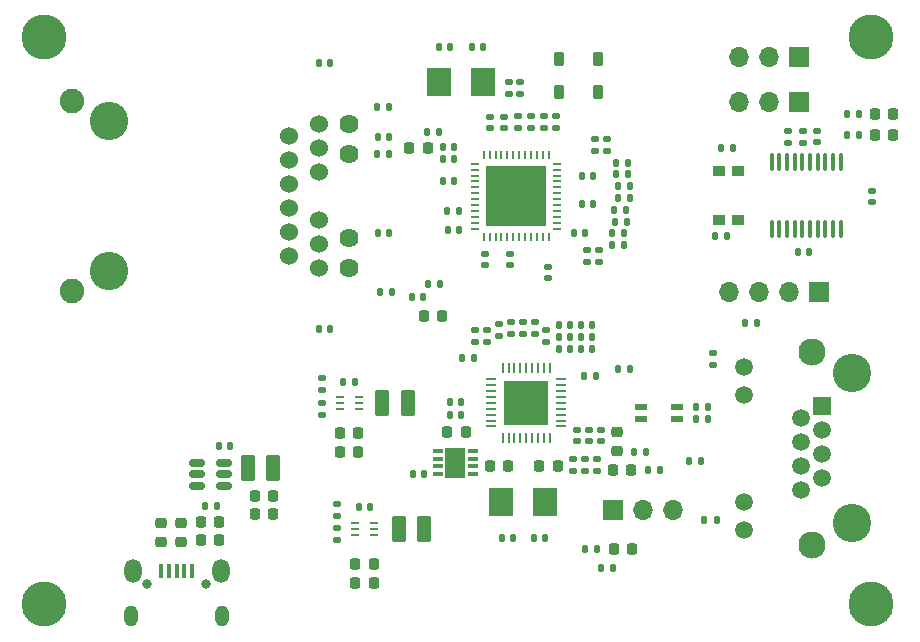
<source format=gts>
%TF.GenerationSoftware,KiCad,Pcbnew,7.0.1*%
%TF.CreationDate,2023-03-30T19:37:27+02:00*%
%TF.ProjectId,home-media-converter,686f6d65-2d6d-4656-9469-612d636f6e76,rev?*%
%TF.SameCoordinates,Original*%
%TF.FileFunction,Soldermask,Top*%
%TF.FilePolarity,Negative*%
%FSLAX46Y46*%
G04 Gerber Fmt 4.6, Leading zero omitted, Abs format (unit mm)*
G04 Created by KiCad (PCBNEW 7.0.1) date 2023-03-30 19:37:27*
%MOMM*%
%LPD*%
G01*
G04 APERTURE LIST*
G04 Aperture macros list*
%AMRoundRect*
0 Rectangle with rounded corners*
0 $1 Rounding radius*
0 $2 $3 $4 $5 $6 $7 $8 $9 X,Y pos of 4 corners*
0 Add a 4 corners polygon primitive as box body*
4,1,4,$2,$3,$4,$5,$6,$7,$8,$9,$2,$3,0*
0 Add four circle primitives for the rounded corners*
1,1,$1+$1,$2,$3*
1,1,$1+$1,$4,$5*
1,1,$1+$1,$6,$7*
1,1,$1+$1,$8,$9*
0 Add four rect primitives between the rounded corners*
20,1,$1+$1,$2,$3,$4,$5,0*
20,1,$1+$1,$4,$5,$6,$7,0*
20,1,$1+$1,$6,$7,$8,$9,0*
20,1,$1+$1,$8,$9,$2,$3,0*%
G04 Aperture macros list end*
%ADD10C,3.800000*%
%ADD11C,2.600000*%
%ADD12RoundRect,0.135000X-0.185000X0.135000X-0.185000X-0.135000X0.185000X-0.135000X0.185000X0.135000X0*%
%ADD13RoundRect,0.140000X0.170000X-0.140000X0.170000X0.140000X-0.170000X0.140000X-0.170000X-0.140000X0*%
%ADD14R,0.254800X0.807999*%
%ADD15R,0.807999X0.254800*%
%ADD16R,3.810000X3.810000*%
%ADD17RoundRect,0.225000X-0.225000X-0.250000X0.225000X-0.250000X0.225000X0.250000X-0.225000X0.250000X0*%
%ADD18R,5.156200X5.156200*%
%ADD19R,0.254800X0.757199*%
%ADD20R,0.757199X0.254800*%
%ADD21RoundRect,0.140000X0.140000X0.170000X-0.140000X0.170000X-0.140000X-0.170000X0.140000X-0.170000X0*%
%ADD22RoundRect,0.135000X0.185000X-0.135000X0.185000X0.135000X-0.185000X0.135000X-0.185000X-0.135000X0*%
%ADD23RoundRect,0.218750X-0.256250X0.218750X-0.256250X-0.218750X0.256250X-0.218750X0.256250X0.218750X0*%
%ADD24RoundRect,0.225000X0.225000X0.250000X-0.225000X0.250000X-0.225000X-0.250000X0.225000X-0.250000X0*%
%ADD25RoundRect,0.135000X-0.135000X-0.185000X0.135000X-0.185000X0.135000X0.185000X-0.135000X0.185000X0*%
%ADD26RoundRect,0.135000X0.135000X0.185000X-0.135000X0.185000X-0.135000X-0.185000X0.135000X-0.185000X0*%
%ADD27RoundRect,0.140000X-0.140000X-0.170000X0.140000X-0.170000X0.140000X0.170000X-0.140000X0.170000X0*%
%ADD28R,2.000000X2.400000*%
%ADD29RoundRect,0.218750X0.256250X-0.218750X0.256250X0.218750X-0.256250X0.218750X-0.256250X-0.218750X0*%
%ADD30C,2.082800*%
%ADD31C,1.624000*%
%ADD32C,1.524000*%
%ADD33C,3.251200*%
%ADD34RoundRect,0.140000X-0.170000X0.140000X-0.170000X-0.140000X0.170000X-0.140000X0.170000X0.140000X0*%
%ADD35RoundRect,0.218750X-0.218750X-0.256250X0.218750X-0.256250X0.218750X0.256250X-0.218750X0.256250X0*%
%ADD36R,0.706399X0.229400*%
%ADD37R,1.700000X1.700000*%
%ADD38O,1.700000X1.700000*%
%ADD39RoundRect,0.250000X-0.375000X-0.850000X0.375000X-0.850000X0.375000X0.850000X-0.375000X0.850000X0*%
%ADD40RoundRect,0.100000X-0.100000X0.637500X-0.100000X-0.637500X0.100000X-0.637500X0.100000X0.637500X0*%
%ADD41RoundRect,0.150000X-0.512500X-0.150000X0.512500X-0.150000X0.512500X0.150000X-0.512500X0.150000X0*%
%ADD42O,0.800000X0.800000*%
%ADD43R,0.450000X1.300000*%
%ADD44O,1.450000X2.000000*%
%ADD45O,1.150000X1.800000*%
%ADD46R,1.041400X0.609600*%
%ADD47R,1.000000X0.900000*%
%ADD48RoundRect,0.218750X0.218750X0.256250X-0.218750X0.256250X-0.218750X-0.256250X0.218750X-0.256250X0*%
%ADD49R,0.931065X0.302473*%
%ADD50R,1.749999X2.500000*%
%ADD51C,3.250000*%
%ADD52R,1.500000X1.500000*%
%ADD53C,1.500000*%
%ADD54C,2.300000*%
%ADD55RoundRect,0.225000X0.225000X0.375000X-0.225000X0.375000X-0.225000X-0.375000X0.225000X-0.375000X0*%
G04 APERTURE END LIST*
D10*
X109000000Y-155000000D03*
D11*
X109000000Y-155000000D03*
D10*
X109000000Y-107000000D03*
D11*
X109000000Y-107000000D03*
D10*
X39000000Y-107000000D03*
D11*
X39000000Y-107000000D03*
D10*
X39000000Y-155000000D03*
D11*
X39000000Y-155000000D03*
D12*
X80200000Y-113690000D03*
X80200000Y-114710000D03*
D13*
X78300000Y-111780000D03*
X78300000Y-110820000D03*
D14*
X77799999Y-140888000D03*
X78300000Y-140888000D03*
X78799999Y-140888000D03*
X79300001Y-140888000D03*
X79800000Y-140888000D03*
X80299999Y-140888000D03*
X80800001Y-140888000D03*
X81300000Y-140888000D03*
X81800001Y-140888000D03*
D15*
X82744000Y-139944001D03*
X82744000Y-139444000D03*
X82744000Y-138944001D03*
X82744000Y-138443999D03*
X82744000Y-137944000D03*
X82744000Y-137444001D03*
X82744000Y-136943999D03*
X82744000Y-136444000D03*
X82744000Y-135943999D03*
D14*
X81800001Y-135000000D03*
X81300000Y-135000000D03*
X80800001Y-135000000D03*
X80299999Y-135000000D03*
X79800000Y-135000000D03*
X79300001Y-135000000D03*
X78799999Y-135000000D03*
X78300000Y-135000000D03*
X77799999Y-135000000D03*
D15*
X76856000Y-135943999D03*
X76856000Y-136444000D03*
X76856000Y-136943999D03*
X76856000Y-137444001D03*
X76856000Y-137944000D03*
X76856000Y-138443999D03*
X76856000Y-138944001D03*
X76856000Y-139444000D03*
X76856000Y-139944001D03*
D16*
X79800000Y-137944000D03*
D17*
X52225000Y-149600000D03*
X53775000Y-149600000D03*
D18*
X78952000Y-120450000D03*
D19*
X76202000Y-116998000D03*
X76701999Y-116998000D03*
X77202001Y-116998000D03*
X77702000Y-116998000D03*
X78201999Y-116998000D03*
X78702000Y-116998000D03*
X79202000Y-116998000D03*
X79702001Y-116998000D03*
X80202000Y-116998000D03*
X80701999Y-116998000D03*
X81202001Y-116998000D03*
X81702000Y-116998000D03*
D20*
X82404000Y-117700000D03*
X82404000Y-118199999D03*
X82404000Y-118700001D03*
X82404000Y-119200000D03*
X82404000Y-119699999D03*
X82404000Y-120200000D03*
X82404000Y-120700000D03*
X82404000Y-121200001D03*
X82404000Y-121700000D03*
X82404000Y-122199999D03*
X82404000Y-122700001D03*
X82404000Y-123200000D03*
D19*
X81702000Y-123902000D03*
X81202001Y-123902000D03*
X80701999Y-123902000D03*
X80202000Y-123902000D03*
X79702001Y-123902000D03*
X79202000Y-123902000D03*
X78702000Y-123902000D03*
X78201999Y-123902000D03*
X77702000Y-123902000D03*
X77202001Y-123902000D03*
X76701999Y-123902000D03*
X76202000Y-123902000D03*
D20*
X75500000Y-123200000D03*
X75500000Y-122700001D03*
X75500000Y-122199999D03*
X75500000Y-121700000D03*
X75500000Y-121200001D03*
X75500000Y-120700000D03*
X75500000Y-120200000D03*
X75500000Y-119699999D03*
X75500000Y-119200000D03*
X75500000Y-118700001D03*
X75500000Y-118199999D03*
X75500000Y-117700000D03*
D21*
X97280000Y-116400000D03*
X96320000Y-116400000D03*
D22*
X85600000Y-116610000D03*
X85600000Y-115590000D03*
D23*
X50600000Y-148112500D03*
X50600000Y-149687500D03*
D24*
X65575000Y-140500000D03*
X64025000Y-140500000D03*
D25*
X87590000Y-120600000D03*
X88610000Y-120600000D03*
D26*
X87110000Y-151900000D03*
X86090000Y-151900000D03*
D13*
X85800000Y-143680000D03*
X85800000Y-142720000D03*
D12*
X78500000Y-131078000D03*
X78500000Y-132098000D03*
D27*
X62240000Y-109200000D03*
X63200000Y-109200000D03*
D25*
X87590000Y-119600000D03*
X88610000Y-119600000D03*
D13*
X84800000Y-143680000D03*
X84800000Y-142720000D03*
X82300000Y-114660000D03*
X82300000Y-113700000D03*
D28*
X76100000Y-110800000D03*
X72400000Y-110800000D03*
D29*
X87500000Y-142000000D03*
X87500000Y-140425000D03*
D30*
X41305000Y-112379500D03*
X41305000Y-128508500D03*
D31*
X64800000Y-114348000D03*
X64800000Y-116888000D03*
X64800000Y-124000000D03*
X64800000Y-126540000D03*
D32*
X62260000Y-114348000D03*
X62260000Y-116380000D03*
X62260000Y-118412000D03*
X62260000Y-122476000D03*
X62260000Y-124508000D03*
X62260000Y-126540000D03*
X59720000Y-115364000D03*
X59720000Y-117396000D03*
X59720000Y-119428000D03*
X59720000Y-121460000D03*
X59720000Y-123492000D03*
X59720000Y-125524000D03*
D33*
X44480000Y-114094000D03*
X44480000Y-126794000D03*
D25*
X106977500Y-115300000D03*
X107997500Y-115300000D03*
D34*
X86100000Y-140220000D03*
X86100000Y-141180000D03*
D25*
X106977500Y-113500000D03*
X107997500Y-113500000D03*
D17*
X76725000Y-143300000D03*
X78275000Y-143300000D03*
D35*
X69900000Y-116400000D03*
X71475000Y-116400000D03*
D13*
X79300000Y-111780000D03*
X79300000Y-110820000D03*
D34*
X85120000Y-140220000D03*
X85120000Y-141180000D03*
D25*
X71480000Y-127900000D03*
X72500000Y-127900000D03*
D36*
X66895400Y-149100126D03*
X66895400Y-148600000D03*
X66895400Y-148099874D03*
X65300000Y-148099874D03*
X65300000Y-148600000D03*
X65300000Y-149100126D03*
D37*
X104620000Y-128600000D03*
D38*
X102080000Y-128600000D03*
X99540000Y-128600000D03*
X97000000Y-128600000D03*
D29*
X48900000Y-149687500D03*
X48900000Y-148112500D03*
D27*
X82540000Y-131388000D03*
X83500000Y-131388000D03*
D39*
X67625000Y-137970387D03*
X69775000Y-137970387D03*
D25*
X88890000Y-142100000D03*
X89910000Y-142100000D03*
D40*
X106425000Y-117537500D03*
X105775000Y-117537500D03*
X105125000Y-117537500D03*
X104475000Y-117537500D03*
X103825000Y-117537500D03*
X103175000Y-117537500D03*
X102525000Y-117537500D03*
X101875000Y-117537500D03*
X101225000Y-117537500D03*
X100575000Y-117537500D03*
X100575000Y-123262500D03*
X101225000Y-123262500D03*
X101875000Y-123262500D03*
X102525000Y-123262500D03*
X103175000Y-123262500D03*
X103825000Y-123262500D03*
X104475000Y-123262500D03*
X105125000Y-123262500D03*
X105775000Y-123262500D03*
X106425000Y-123262500D03*
D21*
X103780000Y-125200000D03*
X102820000Y-125200000D03*
D26*
X85810000Y-150300000D03*
X84790000Y-150300000D03*
D27*
X53775000Y-141600000D03*
X54735000Y-141600000D03*
D22*
X62500000Y-138980387D03*
X62500000Y-137960387D03*
D28*
X77700000Y-146300000D03*
X81400000Y-146300000D03*
D25*
X98290000Y-131200000D03*
X99310000Y-131200000D03*
D37*
X102880000Y-108700000D03*
D38*
X100340000Y-108700000D03*
X97800000Y-108700000D03*
D12*
X79100000Y-113690000D03*
X79100000Y-114710000D03*
D22*
X86000000Y-126010000D03*
X86000000Y-124990000D03*
D25*
X87090000Y-123600000D03*
X88110000Y-123600000D03*
D21*
X65280000Y-136170387D03*
X64320000Y-136170387D03*
D12*
X102000000Y-114890000D03*
X102000000Y-115910000D03*
D21*
X71080000Y-129000000D03*
X70120000Y-129000000D03*
D24*
X65322700Y-153200000D03*
X66872700Y-153200000D03*
D12*
X77500000Y-131278000D03*
X77500000Y-132298000D03*
D26*
X72410000Y-115000000D03*
X71390000Y-115000000D03*
D22*
X62500000Y-136880387D03*
X62500000Y-135860387D03*
D35*
X87112500Y-143600000D03*
X88687500Y-143600000D03*
D21*
X74100000Y-123300000D03*
X73140000Y-123300000D03*
D25*
X67380000Y-128600000D03*
X68400000Y-128600000D03*
D27*
X77720000Y-149400000D03*
X78680000Y-149400000D03*
D13*
X77900000Y-114680000D03*
X77900000Y-113720000D03*
D36*
X65597700Y-138470513D03*
X65597700Y-137970387D03*
X65597700Y-137470261D03*
X64002300Y-137470261D03*
X64002300Y-137970387D03*
X64002300Y-138470513D03*
D21*
X74280000Y-137900000D03*
X73320000Y-137900000D03*
D25*
X93580000Y-142900000D03*
X94600000Y-142900000D03*
D41*
X51937500Y-143050000D03*
X51937500Y-144000000D03*
X51937500Y-144950000D03*
X54212500Y-144950000D03*
X54212500Y-144000000D03*
X54212500Y-143050000D03*
D27*
X82540000Y-132388000D03*
X83500000Y-132388000D03*
D13*
X104400000Y-115880000D03*
X104400000Y-114920000D03*
D24*
X66872700Y-151600000D03*
X65322700Y-151600000D03*
D26*
X85710000Y-135644000D03*
X84690000Y-135644000D03*
D12*
X79500000Y-131078000D03*
X79500000Y-132098000D03*
X75500000Y-131778000D03*
X75500000Y-132798000D03*
D27*
X84520000Y-121100000D03*
X85480000Y-121100000D03*
D21*
X72720000Y-117300000D03*
X73680000Y-117300000D03*
D42*
X47695000Y-153245000D03*
X52695000Y-153245000D03*
D43*
X48895000Y-152145000D03*
X49545000Y-152145000D03*
X50195000Y-152145000D03*
X50845000Y-152145000D03*
X51495000Y-152145000D03*
D44*
X46470000Y-152195000D03*
X53920000Y-152195000D03*
D45*
X46320000Y-155995000D03*
X54070000Y-155995000D03*
D24*
X65575000Y-142100000D03*
X64025000Y-142100000D03*
D35*
X71112500Y-130600000D03*
X72687500Y-130600000D03*
D46*
X89475002Y-138300001D03*
X92524998Y-138300001D03*
X92524998Y-139299999D03*
X89475002Y-139299999D03*
D27*
X84420000Y-131388000D03*
X85380000Y-131388000D03*
D25*
X87190000Y-121600000D03*
X88210000Y-121600000D03*
D27*
X84420000Y-133388000D03*
X85380000Y-133388000D03*
D47*
X96100000Y-122450000D03*
X96100000Y-118350000D03*
X97700000Y-118350000D03*
X97700000Y-122450000D03*
D25*
X87290000Y-122600000D03*
X88310000Y-122600000D03*
D35*
X80912500Y-143300000D03*
X82487500Y-143300000D03*
D27*
X84420000Y-132388000D03*
X85380000Y-132388000D03*
D25*
X90090000Y-143600000D03*
X91110000Y-143600000D03*
D22*
X63797700Y-149600000D03*
X63797700Y-148580000D03*
X86600000Y-116610000D03*
X86600000Y-115590000D03*
D48*
X110875000Y-113500000D03*
X109300000Y-113500000D03*
D27*
X67220000Y-115400000D03*
X68180000Y-115400000D03*
D22*
X63797700Y-147510000D03*
X63797700Y-146490000D03*
D21*
X74280000Y-139000000D03*
X73320000Y-139000000D03*
D27*
X82540000Y-133388000D03*
X83500000Y-133388000D03*
D13*
X109100000Y-120980000D03*
X109100000Y-120020000D03*
D12*
X84980000Y-124990000D03*
X84980000Y-126010000D03*
D21*
X74080000Y-121700000D03*
X73120000Y-121700000D03*
D37*
X102880000Y-112500000D03*
D38*
X100340000Y-112500000D03*
X97800000Y-112500000D03*
D48*
X110875000Y-115300000D03*
X109300000Y-115300000D03*
D49*
X75298033Y-143974999D03*
X75298033Y-143325001D03*
X75298033Y-142674999D03*
X75298033Y-142025001D03*
X72316967Y-142025001D03*
X72316967Y-142674999D03*
X72316967Y-143325001D03*
X72316967Y-143974999D03*
D50*
X73807500Y-143000000D03*
D34*
X76300000Y-125320000D03*
X76300000Y-126280000D03*
D25*
X67190000Y-116900000D03*
X68210000Y-116900000D03*
D13*
X76700000Y-114680000D03*
X76700000Y-113720000D03*
D25*
X87390000Y-117600000D03*
X88410000Y-117600000D03*
D13*
X83800000Y-143680000D03*
X83800000Y-142720000D03*
D27*
X94195002Y-139300001D03*
X95155002Y-139300001D03*
X94195002Y-138300001D03*
X95155002Y-138300001D03*
D21*
X66577700Y-146800000D03*
X65617700Y-146800000D03*
D27*
X67220000Y-123600000D03*
X68180000Y-123600000D03*
D35*
X73112500Y-140400000D03*
X74687500Y-140400000D03*
D13*
X81300000Y-114660000D03*
X81300000Y-113700000D03*
D27*
X52615000Y-146700000D03*
X53575000Y-146700000D03*
D26*
X68220000Y-112900000D03*
X67200000Y-112900000D03*
D17*
X52225000Y-148000000D03*
X53775000Y-148000000D03*
D21*
X72720000Y-116300000D03*
X73680000Y-116300000D03*
D25*
X74380000Y-134188000D03*
X75400000Y-134188000D03*
D26*
X95910000Y-147900000D03*
X94890000Y-147900000D03*
D37*
X87120000Y-147000000D03*
D38*
X89660000Y-147000000D03*
X92200000Y-147000000D03*
D12*
X103200000Y-114890000D03*
X103200000Y-115910000D03*
X80500000Y-131078000D03*
X80500000Y-132098000D03*
X81500000Y-132788000D03*
X81500000Y-131768000D03*
D34*
X81600000Y-126420000D03*
X81600000Y-127380000D03*
D27*
X62220000Y-131700000D03*
X63180000Y-131700000D03*
D21*
X81380000Y-149400000D03*
X80420000Y-149400000D03*
D12*
X76500000Y-131778000D03*
X76500000Y-132798000D03*
D26*
X88110000Y-124600000D03*
X87090000Y-124600000D03*
D39*
X56200000Y-143500000D03*
X58350000Y-143500000D03*
D35*
X87212500Y-150300000D03*
X88787500Y-150300000D03*
D21*
X73380000Y-107800000D03*
X72420000Y-107800000D03*
D25*
X95790000Y-123800000D03*
X96810000Y-123800000D03*
X87390000Y-118600000D03*
X88410000Y-118600000D03*
D24*
X58350000Y-145800000D03*
X56800000Y-145800000D03*
D34*
X78400000Y-125320000D03*
X78400000Y-126280000D03*
X84100000Y-140220000D03*
X84100000Y-141180000D03*
D51*
X107415002Y-148162001D03*
X107415002Y-135462001D03*
D52*
X104875002Y-138252001D03*
D53*
X103095002Y-139268001D03*
X104875002Y-140284001D03*
X103095002Y-141300001D03*
X104875002Y-142316001D03*
X103095002Y-143332001D03*
X104875002Y-144348001D03*
X103095002Y-145364001D03*
X98275002Y-134952001D03*
X98275002Y-137242001D03*
X98275002Y-146382001D03*
X98275002Y-148672001D03*
D54*
X103985002Y-133682001D03*
X103985002Y-149942001D03*
D24*
X58350000Y-147400000D03*
X56800000Y-147400000D03*
D55*
X85850000Y-108800000D03*
X82550000Y-108800000D03*
X85850000Y-111600000D03*
X82550000Y-111600000D03*
D21*
X73680000Y-119200000D03*
X72720000Y-119200000D03*
X71180000Y-144000000D03*
X70220000Y-144000000D03*
D27*
X83820000Y-123600000D03*
X84780000Y-123600000D03*
X84520000Y-118700000D03*
X85480000Y-118700000D03*
D39*
X69022700Y-148600000D03*
X71172700Y-148600000D03*
D12*
X95600000Y-133690000D03*
X95600000Y-134710000D03*
D26*
X88600000Y-135100000D03*
X87580000Y-135100000D03*
D27*
X75220000Y-107800000D03*
X76180000Y-107800000D03*
M02*

</source>
